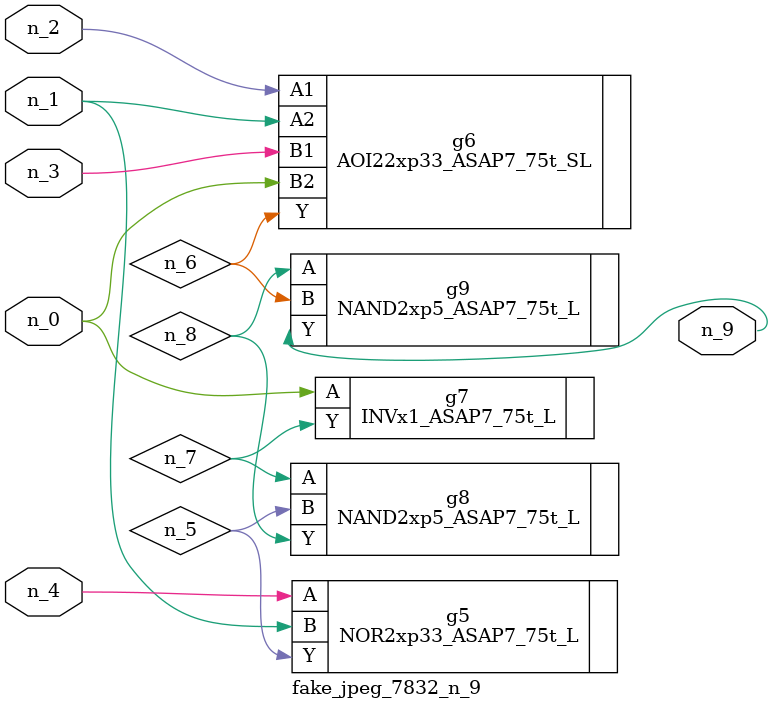
<source format=v>
module fake_jpeg_7832_n_9 (n_3, n_2, n_1, n_0, n_4, n_9);

input n_3;
input n_2;
input n_1;
input n_0;
input n_4;

output n_9;

wire n_8;
wire n_6;
wire n_5;
wire n_7;

NOR2xp33_ASAP7_75t_L g5 ( 
.A(n_4),
.B(n_1),
.Y(n_5)
);

AOI22xp33_ASAP7_75t_SL g6 ( 
.A1(n_2),
.A2(n_1),
.B1(n_3),
.B2(n_0),
.Y(n_6)
);

INVx1_ASAP7_75t_L g7 ( 
.A(n_0),
.Y(n_7)
);

NAND2xp5_ASAP7_75t_L g8 ( 
.A(n_7),
.B(n_5),
.Y(n_8)
);

NAND2xp5_ASAP7_75t_L g9 ( 
.A(n_8),
.B(n_6),
.Y(n_9)
);


endmodule
</source>
